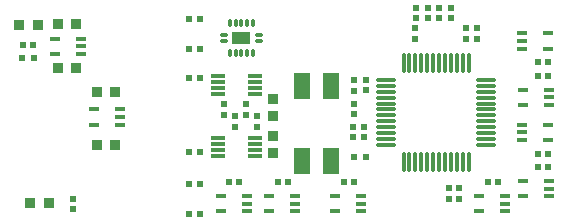
<source format=gbp>
%FSLAX44Y44*%
%MOMM*%
G71*
G01*
G75*
G04 Layer_Color=128*
%ADD10R,0.7620X0.7620*%
%ADD11R,0.5000X0.2000*%
%ADD12R,0.7620X0.7620*%
%ADD13R,0.3000X0.3000*%
%ADD14R,1.3000X0.4500*%
%ADD15R,2.7940X0.7366*%
%ADD16R,0.6200X0.5700*%
%ADD17C,0.1500*%
%ADD18C,0.2540*%
%ADD19C,0.1524*%
%ADD20O,2.0000X1.4500*%
%ADD21O,1.8000X1.1500*%
%ADD22C,0.8000*%
%ADD23C,1.5240*%
%ADD24R,1.5240X1.5240*%
%ADD25C,1.8000*%
%ADD26R,1.8000X1.8000*%
%ADD27C,0.6100*%
%ADD28C,0.6000*%
%ADD29C,3.3000*%
%ADD30R,0.6000X0.5500*%
%ADD31R,0.9500X0.9500*%
%ADD32R,0.5500X0.6000*%
%ADD33R,0.9500X0.9500*%
%ADD34R,0.8500X0.3500*%
%ADD35R,1.5000X1.0000*%
%ADD36O,0.8000X0.3000*%
%ADD37O,0.3000X0.8000*%
%ADD38R,1.2500X0.3000*%
%ADD39O,0.3500X1.7500*%
%ADD40O,1.7500X0.3500*%
%ADD41R,0.9700X0.9600*%
%ADD42R,0.5700X0.6200*%
%ADD43R,1.4000X2.2000*%
%ADD44C,0.4000*%
%ADD45C,0.2286*%
%ADD46C,0.1778*%
%ADD47R,0.9652X0.9652*%
%ADD48R,0.7032X0.4032*%
%ADD49R,0.9652X0.9652*%
%ADD50R,0.5032X0.5032*%
%ADD51R,1.5032X0.6532*%
%ADD52R,2.8956X0.8382*%
%ADD53R,0.8232X0.7732*%
%ADD54C,0.2032*%
%ADD55O,2.2032X1.6532*%
%ADD56O,2.0032X1.3532*%
%ADD57C,1.0032*%
%ADD58C,1.7272*%
%ADD59R,1.7272X1.7272*%
%ADD60C,2.0032*%
%ADD61R,2.0032X2.0032*%
%ADD62C,0.0100*%
%ADD63R,0.8032X0.7532*%
%ADD64R,1.1532X1.1532*%
%ADD65R,0.7532X0.8032*%
%ADD66R,1.1532X1.1532*%
%ADD67R,1.0532X0.5532*%
%ADD68R,1.7032X1.2032*%
%ADD69O,1.0032X0.5032*%
%ADD70O,0.5032X1.0032*%
%ADD71R,1.4532X0.5032*%
%ADD72O,0.5532X1.9532*%
%ADD73O,1.9532X0.5532*%
%ADD74R,1.1732X1.1632*%
%ADD75R,0.7732X0.8232*%
%ADD76R,1.6032X2.4032*%
%ADD77C,3.5032*%
D16*
X1675250Y1261050D02*
D03*
Y1251450D02*
D03*
X1684750Y1261050D02*
D03*
Y1251450D02*
D03*
X1632250D02*
D03*
Y1261050D02*
D03*
X1669480Y1116250D02*
D03*
Y1125850D02*
D03*
X1660730Y1116250D02*
D03*
Y1125850D02*
D03*
X1498250Y1177200D02*
D03*
Y1186800D02*
D03*
X1479417Y1177200D02*
D03*
Y1186800D02*
D03*
X1470000Y1196550D02*
D03*
Y1186950D02*
D03*
X1488833Y1196550D02*
D03*
Y1186950D02*
D03*
X1580250Y1207450D02*
D03*
Y1217050D02*
D03*
D30*
X1662250Y1269250D02*
D03*
Y1277750D02*
D03*
X1590500Y1216750D02*
D03*
Y1208250D02*
D03*
X1579250Y1177250D02*
D03*
Y1168750D02*
D03*
X1580000Y1188250D02*
D03*
Y1196750D02*
D03*
X1588500Y1177250D02*
D03*
Y1168750D02*
D03*
X1632750Y1269250D02*
D03*
Y1277750D02*
D03*
X1342500Y1107500D02*
D03*
Y1116000D02*
D03*
D31*
X1363080Y1162090D02*
D03*
X1377580D02*
D03*
X1363080Y1206500D02*
D03*
X1377580D02*
D03*
X1344500Y1227000D02*
D03*
X1330000D02*
D03*
Y1264500D02*
D03*
X1344500D02*
D03*
D32*
X1736330Y1154580D02*
D03*
X1744830D02*
D03*
X1702240Y1130300D02*
D03*
X1693740D02*
D03*
X1524440D02*
D03*
X1515940D02*
D03*
X1580320D02*
D03*
X1571820D02*
D03*
X1482530D02*
D03*
X1474030D02*
D03*
X1299750Y1246750D02*
D03*
X1308250D02*
D03*
X1736330Y1143430D02*
D03*
X1744830D02*
D03*
X1744330Y1220630D02*
D03*
X1735830D02*
D03*
Y1231780D02*
D03*
X1744330D02*
D03*
D33*
X1511750Y1201000D02*
D03*
Y1186500D02*
D03*
Y1155250D02*
D03*
Y1169750D02*
D03*
D34*
X1360500Y1192000D02*
D03*
Y1179000D02*
D03*
X1382500D02*
D03*
Y1185500D02*
D03*
Y1192000D02*
D03*
X1686150Y1118730D02*
D03*
Y1105730D02*
D03*
X1708150D02*
D03*
Y1112230D02*
D03*
Y1118730D02*
D03*
X1467710Y1118870D02*
D03*
Y1105870D02*
D03*
X1489710D02*
D03*
Y1112370D02*
D03*
Y1118870D02*
D03*
X1564230Y1118730D02*
D03*
Y1105730D02*
D03*
X1586230D02*
D03*
Y1112230D02*
D03*
Y1118730D02*
D03*
X1327250Y1252000D02*
D03*
Y1239000D02*
D03*
X1349250D02*
D03*
Y1245500D02*
D03*
Y1252000D02*
D03*
X1723080Y1208713D02*
D03*
Y1195713D02*
D03*
X1745080D02*
D03*
Y1202213D02*
D03*
Y1208713D02*
D03*
X1723080Y1131430D02*
D03*
Y1118430D02*
D03*
X1745080D02*
D03*
Y1124930D02*
D03*
Y1131430D02*
D03*
X1744580Y1243530D02*
D03*
Y1256530D02*
D03*
X1722580D02*
D03*
Y1250030D02*
D03*
Y1243530D02*
D03*
X1744580Y1166247D02*
D03*
Y1179247D02*
D03*
X1722580D02*
D03*
Y1172747D02*
D03*
Y1166247D02*
D03*
X1508350Y1118870D02*
D03*
Y1105870D02*
D03*
X1530350D02*
D03*
Y1112370D02*
D03*
Y1118870D02*
D03*
D35*
X1485000Y1252500D02*
D03*
D36*
X1500000Y1250000D02*
D03*
Y1255000D02*
D03*
X1470000D02*
D03*
Y1250000D02*
D03*
D37*
X1495000Y1265000D02*
D03*
X1490000D02*
D03*
X1485000D02*
D03*
X1480000D02*
D03*
X1475000D02*
D03*
Y1240000D02*
D03*
X1480000D02*
D03*
X1485000D02*
D03*
X1490000D02*
D03*
X1495000D02*
D03*
D38*
X1465210Y1152750D02*
D03*
Y1157750D02*
D03*
Y1162750D02*
D03*
Y1167750D02*
D03*
X1496790Y1152750D02*
D03*
Y1157750D02*
D03*
Y1162750D02*
D03*
Y1167750D02*
D03*
X1465210Y1205250D02*
D03*
Y1210250D02*
D03*
Y1215250D02*
D03*
Y1220250D02*
D03*
X1496790Y1205250D02*
D03*
Y1210250D02*
D03*
Y1215250D02*
D03*
Y1220250D02*
D03*
D39*
X1652250Y1231750D02*
D03*
X1657250D02*
D03*
X1622250D02*
D03*
X1627250D02*
D03*
X1632250D02*
D03*
X1637250D02*
D03*
X1642250D02*
D03*
X1647250D02*
D03*
X1662250D02*
D03*
X1667250D02*
D03*
X1672250D02*
D03*
X1677250D02*
D03*
Y1147250D02*
D03*
X1672250D02*
D03*
X1667250D02*
D03*
X1662250D02*
D03*
X1657250D02*
D03*
X1652250D02*
D03*
X1647250D02*
D03*
X1642250D02*
D03*
X1637250D02*
D03*
X1632250D02*
D03*
X1627250D02*
D03*
X1622250D02*
D03*
D40*
X1692000Y1217000D02*
D03*
Y1212000D02*
D03*
Y1207000D02*
D03*
Y1202000D02*
D03*
Y1197000D02*
D03*
Y1192000D02*
D03*
Y1187000D02*
D03*
Y1182000D02*
D03*
Y1177000D02*
D03*
Y1172000D02*
D03*
Y1167000D02*
D03*
Y1162000D02*
D03*
X1607500D02*
D03*
Y1167000D02*
D03*
Y1172000D02*
D03*
Y1177000D02*
D03*
Y1182000D02*
D03*
Y1187000D02*
D03*
Y1192000D02*
D03*
Y1197000D02*
D03*
Y1202000D02*
D03*
Y1207000D02*
D03*
Y1212000D02*
D03*
Y1217000D02*
D03*
D41*
X1313150Y1263500D02*
D03*
X1296850D02*
D03*
X1305850Y1112750D02*
D03*
X1322150D02*
D03*
D42*
X1440200Y1268250D02*
D03*
X1449800D02*
D03*
X1440200Y1128750D02*
D03*
X1449800D02*
D03*
X1580700Y1151750D02*
D03*
X1590300D02*
D03*
X1309090Y1235710D02*
D03*
X1299490D02*
D03*
X1440200Y1218500D02*
D03*
X1449800D02*
D03*
X1440200Y1243500D02*
D03*
X1449800D02*
D03*
X1440200Y1155750D02*
D03*
X1449800D02*
D03*
X1440200Y1103500D02*
D03*
X1449800D02*
D03*
X1642950Y1277500D02*
D03*
X1652550D02*
D03*
Y1269250D02*
D03*
X1642950D02*
D03*
D43*
X1561000Y1148750D02*
D03*
Y1211750D02*
D03*
X1536000Y1148750D02*
D03*
Y1211750D02*
D03*
M02*

</source>
